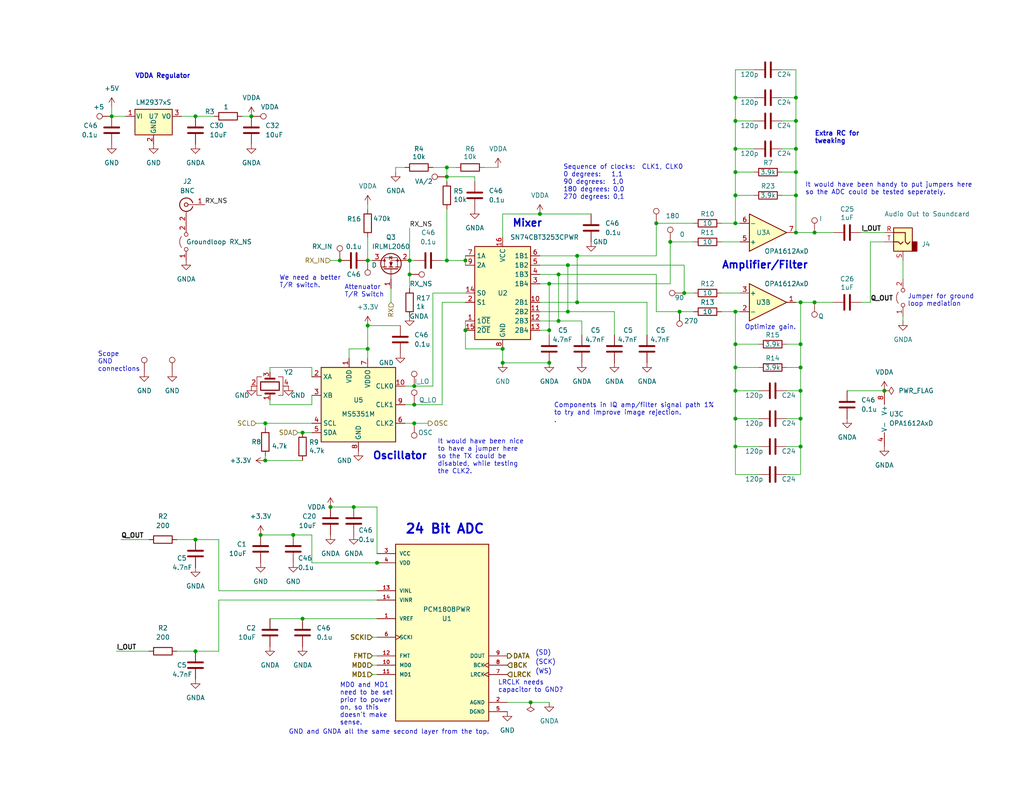
<source format=kicad_sch>
(kicad_sch (version 20230121) (generator eeschema)
  (paper "USLetter")
  (junction (at 111.76 71.12))
  (junction (at 200.66 106.68))
  (junction (at 152.4 74.93))
  (junction (at 102.87 153.67))
  (junction (at 217.17 63.5))
  (junction (at 111.76 74.93))
  (junction (at 71.12 146.05))
  (junction (at 100.33 88.9))
  (junction (at 218.44 93.98))
  (junction (at 127 71.12))
  (junction (at 113.03 115.57))
  (junction (at 121.92 45.72))
  (junction (at 149.86 90.17))
  (junction (at 200.66 53.34))
  (junction (at 53.34 31.75))
  (junction (at 113.03 110.49))
  (junction (at 222.25 63.5))
  (junction (at 92.71 71.12))
  (junction (at 200.66 85.09))
  (junction (at 149.86 99.06))
  (junction (at 200.66 33.02))
  (junction (at 80.01 146.05))
  (junction (at 222.25 82.55))
  (junction (at 157.48 82.55))
  (junction (at 72.39 125.73))
  (junction (at 200.66 114.3))
  (junction (at 200.66 121.92))
  (junction (at 30.48 31.75))
  (junction (at 127 90.17))
  (junction (at 218.44 114.3))
  (junction (at 217.17 40.64))
  (junction (at 96.52 138.43))
  (junction (at 152.4 87.63))
  (junction (at 157.48 69.85))
  (junction (at 113.03 105.41))
  (junction (at 147.32 58.42))
  (junction (at 121.92 48.26))
  (junction (at 182.88 66.04))
  (junction (at 137.16 99.06))
  (junction (at 218.44 100.33))
  (junction (at 217.17 46.99))
  (junction (at 90.17 138.43))
  (junction (at 217.17 53.34))
  (junction (at 241.3 106.68))
  (junction (at 53.34 177.8))
  (junction (at 72.39 115.57))
  (junction (at 200.66 100.33))
  (junction (at 186.69 80.01))
  (junction (at 200.66 46.99))
  (junction (at 121.92 71.12))
  (junction (at 217.17 33.02))
  (junction (at 137.16 95.25))
  (junction (at 82.55 118.11))
  (junction (at 53.34 147.32))
  (junction (at 217.17 26.67))
  (junction (at 154.94 72.39))
  (junction (at 200.66 60.96))
  (junction (at 154.94 85.09))
  (junction (at 144.78 191.77))
  (junction (at 82.55 168.91))
  (junction (at 218.44 121.92))
  (junction (at 200.66 93.98))
  (junction (at 149.86 77.47))
  (junction (at 185.42 85.09))
  (junction (at 100.33 95.25))
  (junction (at 179.07 60.96))
  (junction (at 218.44 106.68))
  (junction (at 200.66 26.67))
  (junction (at 68.58 31.75))
  (junction (at 218.44 82.55))
  (junction (at 100.33 71.12))
  (junction (at 200.66 40.64))
  (wire (pts (xy 121.92 45.72) (xy 118.11 45.72)))
  (wire (pts (xy 205.74 19.05) (xy 200.66 19.05)))
  (wire (pts (xy 73.66 101.6) (xy 73.66 100.33)))
  (wire (pts (xy 218.44 129.54) (xy 218.44 121.92)))
  (wire (pts (xy 179.07 60.96) (xy 189.23 60.96)))
  (wire (pts (xy 85.09 110.49) (xy 85.09 107.95)))
  (wire (pts (xy 73.66 110.49) (xy 85.09 110.49)))
  (wire (pts (xy 82.55 118.11) (xy 85.09 118.11)))
  (wire (pts (xy 110.49 110.49) (xy 113.03 110.49)))
  (wire (pts (xy 101.6 181.61) (xy 102.87 181.61)))
  (wire (pts (xy 53.34 177.8) (xy 48.26 177.8)))
  (wire (pts (xy 222.25 82.55) (xy 227.33 82.55)))
  (wire (pts (xy 200.66 33.02) (xy 200.66 40.64)))
  (wire (pts (xy 129.54 49.53) (xy 129.54 48.26)))
  (wire (pts (xy 120.65 82.55) (xy 127 82.55)))
  (wire (pts (xy 124.46 45.72) (xy 121.92 45.72)))
  (wire (pts (xy 72.39 116.84) (xy 72.39 115.57)))
  (wire (pts (xy 200.66 129.54) (xy 200.66 121.92)))
  (wire (pts (xy 214.63 93.98) (xy 218.44 93.98)))
  (wire (pts (xy 218.44 82.55) (xy 217.17 82.55)))
  (wire (pts (xy 82.55 168.91) (xy 102.87 168.91)))
  (wire (pts (xy 214.63 121.92) (xy 218.44 121.92)))
  (wire (pts (xy 218.44 121.92) (xy 218.44 114.3)))
  (wire (pts (xy 49.53 31.75) (xy 53.34 31.75)))
  (wire (pts (xy 213.36 40.64) (xy 217.17 40.64)))
  (wire (pts (xy 200.66 100.33) (xy 200.66 106.68)))
  (wire (pts (xy 157.48 82.55) (xy 157.48 69.85)))
  (wire (pts (xy 31.75 177.8) (xy 40.64 177.8)))
  (wire (pts (xy 101.6 184.15) (xy 102.87 184.15)))
  (wire (pts (xy 207.01 129.54) (xy 200.66 129.54)))
  (wire (pts (xy 217.17 26.67) (xy 217.17 19.05)))
  (wire (pts (xy 137.16 58.42) (xy 147.32 58.42)))
  (wire (pts (xy 218.44 114.3) (xy 218.44 106.68)))
  (wire (pts (xy 127 87.63) (xy 127 90.17)))
  (wire (pts (xy 237.49 66.04) (xy 237.49 82.55)))
  (wire (pts (xy 96.52 138.43) (xy 102.87 138.43)))
  (wire (pts (xy 102.87 138.43) (xy 102.87 151.13)))
  (wire (pts (xy 100.33 71.12) (xy 101.6 71.12)))
  (wire (pts (xy 158.75 87.63) (xy 152.4 87.63)))
  (wire (pts (xy 127 72.39) (xy 127 71.12)))
  (wire (pts (xy 154.94 85.09) (xy 167.64 85.09)))
  (wire (pts (xy 182.88 77.47) (xy 182.88 66.04)))
  (wire (pts (xy 59.69 147.32) (xy 59.69 161.29)))
  (wire (pts (xy 200.66 100.33) (xy 207.01 100.33)))
  (wire (pts (xy 100.33 95.25) (xy 100.33 97.79)))
  (wire (pts (xy 246.38 86.36) (xy 246.38 87.63)))
  (wire (pts (xy 127 90.17) (xy 127 95.25)))
  (wire (pts (xy 207.01 93.98) (xy 200.66 93.98)))
  (wire (pts (xy 214.63 129.54) (xy 218.44 129.54)))
  (wire (pts (xy 217.17 53.34) (xy 217.17 63.5)))
  (wire (pts (xy 106.68 82.55) (xy 106.68 78.74)))
  (wire (pts (xy 147.32 90.17) (xy 149.86 90.17)))
  (wire (pts (xy 149.86 90.17) (xy 149.86 91.44)))
  (wire (pts (xy 95.25 95.25) (xy 100.33 95.25)))
  (wire (pts (xy 138.43 191.77) (xy 144.78 191.77)))
  (wire (pts (xy 234.95 63.5) (xy 241.3 63.5)))
  (wire (pts (xy 101.6 179.07) (xy 102.87 179.07)))
  (wire (pts (xy 200.66 114.3) (xy 200.66 106.68)))
  (wire (pts (xy 152.4 74.93) (xy 147.32 74.93)))
  (wire (pts (xy 149.86 77.47) (xy 149.86 90.17)))
  (wire (pts (xy 80.01 146.05) (xy 85.09 146.05)))
  (wire (pts (xy 73.66 100.33) (xy 85.09 100.33)))
  (wire (pts (xy 147.32 77.47) (xy 149.86 77.47)))
  (wire (pts (xy 237.49 66.04) (xy 241.3 66.04)))
  (wire (pts (xy 231.14 106.68) (xy 241.3 106.68)))
  (wire (pts (xy 120.65 71.12) (xy 121.92 71.12)))
  (wire (pts (xy 218.44 100.33) (xy 218.44 93.98)))
  (wire (pts (xy 71.12 146.05) (xy 80.01 146.05)))
  (wire (pts (xy 113.03 110.49) (xy 120.65 110.49)))
  (wire (pts (xy 200.66 46.99) (xy 205.74 46.99)))
  (wire (pts (xy 179.07 69.85) (xy 157.48 69.85)))
  (wire (pts (xy 213.36 46.99) (xy 217.17 46.99)))
  (wire (pts (xy 200.66 106.68) (xy 207.01 106.68)))
  (wire (pts (xy 127 95.25) (xy 137.16 95.25)))
  (wire (pts (xy 85.09 146.05) (xy 85.09 153.67)))
  (wire (pts (xy 157.48 82.55) (xy 176.53 82.55)))
  (wire (pts (xy 106.68 153.67) (xy 102.87 153.67)))
  (wire (pts (xy 186.69 72.39) (xy 154.94 72.39)))
  (wire (pts (xy 189.23 80.01) (xy 186.69 80.01)))
  (wire (pts (xy 113.03 71.12) (xy 111.76 71.12)))
  (wire (pts (xy 196.85 85.09) (xy 200.66 85.09)))
  (wire (pts (xy 100.33 55.88) (xy 100.33 57.15)))
  (wire (pts (xy 200.66 46.99) (xy 200.66 40.64)))
  (wire (pts (xy 200.66 114.3) (xy 200.66 121.92)))
  (wire (pts (xy 179.07 74.93) (xy 179.07 85.09)))
  (wire (pts (xy 179.07 69.85) (xy 179.07 60.96)))
  (wire (pts (xy 59.69 177.8) (xy 59.69 163.83)))
  (wire (pts (xy 101.6 173.99) (xy 102.87 173.99)))
  (wire (pts (xy 200.66 53.34) (xy 205.74 53.34)))
  (wire (pts (xy 66.04 31.75) (xy 68.58 31.75)))
  (wire (pts (xy 110.49 115.57) (xy 113.03 115.57)))
  (wire (pts (xy 200.66 26.67) (xy 200.66 33.02)))
  (wire (pts (xy 53.34 177.8) (xy 59.69 177.8)))
  (wire (pts (xy 200.66 93.98) (xy 200.66 100.33)))
  (wire (pts (xy 121.92 71.12) (xy 127 71.12)))
  (wire (pts (xy 137.16 95.25) (xy 137.16 99.06)))
  (wire (pts (xy 107.95 45.72) (xy 107.95 46.99)))
  (wire (pts (xy 218.44 82.55) (xy 222.25 82.55)))
  (wire (pts (xy 217.17 46.99) (xy 217.17 53.34)))
  (wire (pts (xy 120.65 110.49) (xy 120.65 82.55)))
  (wire (pts (xy 217.17 63.5) (xy 222.25 63.5)))
  (wire (pts (xy 100.33 88.9) (xy 109.22 88.9)))
  (wire (pts (xy 213.36 33.02) (xy 217.17 33.02)))
  (wire (pts (xy 185.42 85.09) (xy 189.23 85.09)))
  (wire (pts (xy 201.93 80.01) (xy 196.85 80.01)))
  (wire (pts (xy 30.48 29.21) (xy 30.48 31.75)))
  (wire (pts (xy 69.85 115.57) (xy 72.39 115.57)))
  (wire (pts (xy 149.86 99.06) (xy 137.16 99.06)))
  (wire (pts (xy 207.01 114.3) (xy 200.66 114.3)))
  (wire (pts (xy 200.66 85.09) (xy 200.66 93.98)))
  (wire (pts (xy 121.92 48.26) (xy 121.92 45.72)))
  (wire (pts (xy 218.44 100.33) (xy 218.44 106.68)))
  (wire (pts (xy 110.49 105.41) (xy 113.03 105.41)))
  (wire (pts (xy 147.32 87.63) (xy 152.4 87.63)))
  (wire (pts (xy 218.44 93.98) (xy 218.44 82.55)))
  (wire (pts (xy 147.32 58.42) (xy 161.29 58.42)))
  (wire (pts (xy 81.28 118.11) (xy 82.55 118.11)))
  (wire (pts (xy 72.39 115.57) (xy 85.09 115.57)))
  (wire (pts (xy 201.93 66.04) (xy 196.85 66.04)))
  (wire (pts (xy 30.48 31.75) (xy 34.29 31.75)))
  (wire (pts (xy 201.93 60.96) (xy 200.66 60.96)))
  (wire (pts (xy 152.4 87.63) (xy 152.4 74.93)))
  (wire (pts (xy 144.78 191.77) (xy 149.86 191.77)))
  (wire (pts (xy 113.03 115.57) (xy 116.84 115.57)))
  (wire (pts (xy 222.25 63.5) (xy 227.33 63.5)))
  (wire (pts (xy 73.66 168.91) (xy 82.55 168.91)))
  (wire (pts (xy 110.49 45.72) (xy 107.95 45.72)))
  (wire (pts (xy 137.16 64.77) (xy 137.16 58.42)))
  (wire (pts (xy 214.63 114.3) (xy 218.44 114.3)))
  (wire (pts (xy 111.76 74.93) (xy 111.76 78.74)))
  (wire (pts (xy 207.01 121.92) (xy 200.66 121.92)))
  (wire (pts (xy 113.03 105.41) (xy 118.11 105.41)))
  (wire (pts (xy 129.54 48.26) (xy 121.92 48.26)))
  (wire (pts (xy 73.66 109.22) (xy 73.66 110.49)))
  (wire (pts (xy 85.09 153.67) (xy 102.87 153.67)))
  (wire (pts (xy 95.25 95.25) (xy 95.25 97.79)))
  (wire (pts (xy 200.66 26.67) (xy 200.66 19.05)))
  (wire (pts (xy 214.63 100.33) (xy 218.44 100.33)))
  (wire (pts (xy 213.36 53.34) (xy 217.17 53.34)))
  (wire (pts (xy 59.69 163.83) (xy 102.87 163.83)))
  (wire (pts (xy 200.66 53.34) (xy 200.66 46.99)))
  (wire (pts (xy 185.42 85.09) (xy 179.07 85.09)))
  (wire (pts (xy 217.17 26.67) (xy 217.17 33.02)))
  (wire (pts (xy 176.53 82.55) (xy 176.53 91.44)))
  (wire (pts (xy 200.66 60.96) (xy 200.66 53.34)))
  (wire (pts (xy 53.34 147.32) (xy 48.26 147.32)))
  (wire (pts (xy 100.33 88.9) (xy 100.33 95.25)))
  (wire (pts (xy 53.34 147.32) (xy 59.69 147.32)))
  (wire (pts (xy 213.36 19.05) (xy 217.17 19.05)))
  (wire (pts (xy 200.66 60.96) (xy 196.85 60.96)))
  (wire (pts (xy 246.38 71.12) (xy 246.38 76.2)))
  (wire (pts (xy 111.76 71.12) (xy 111.76 74.93)))
  (wire (pts (xy 217.17 40.64) (xy 217.17 46.99)))
  (wire (pts (xy 33.02 147.32) (xy 40.64 147.32)))
  (wire (pts (xy 72.39 124.46) (xy 72.39 125.73)))
  (wire (pts (xy 205.74 33.02) (xy 200.66 33.02)))
  (wire (pts (xy 214.63 106.68) (xy 218.44 106.68)))
  (wire (pts (xy 182.88 66.04) (xy 189.23 66.04)))
  (wire (pts (xy 149.86 77.47) (xy 182.88 77.47)))
  (wire (pts (xy 132.08 45.72) (xy 135.89 45.72)))
  (wire (pts (xy 158.75 87.63) (xy 158.75 91.44)))
  (wire (pts (xy 186.69 80.01) (xy 186.69 72.39)))
  (wire (pts (xy 111.76 62.23) (xy 111.76 71.12)))
  (wire (pts (xy 205.74 26.67) (xy 200.66 26.67)))
  (wire (pts (xy 147.32 82.55) (xy 157.48 82.55)))
  (wire (pts (xy 72.39 125.73) (xy 82.55 125.73)))
  (wire (pts (xy 157.48 69.85) (xy 147.32 69.85)))
  (wire (pts (xy 121.92 57.15) (xy 121.92 71.12)))
  (wire (pts (xy 154.94 85.09) (xy 147.32 85.09)))
  (wire (pts (xy 92.71 71.12) (xy 90.17 71.12)))
  (wire (pts (xy 154.94 72.39) (xy 154.94 85.09)))
  (wire (pts (xy 127 71.12) (xy 127 69.85)))
  (wire (pts (xy 59.69 161.29) (xy 102.87 161.29)))
  (wire (pts (xy 205.74 40.64) (xy 200.66 40.64)))
  (wire (pts (xy 90.17 138.43) (xy 96.52 138.43)))
  (wire (pts (xy 118.11 105.41) (xy 118.11 80.01)))
  (wire (pts (xy 200.66 85.09) (xy 201.93 85.09)))
  (wire (pts (xy 53.34 31.75) (xy 58.42 31.75)))
  (wire (pts (xy 152.4 74.93) (xy 179.07 74.93)))
  (wire (pts (xy 147.32 72.39) (xy 154.94 72.39)))
  (wire (pts (xy 118.11 80.01) (xy 127 80.01)))
  (wire (pts (xy 234.95 82.55) (xy 237.49 82.55)))
  (wire (pts (xy 217.17 33.02) (xy 217.17 40.64)))
  (wire (pts (xy 100.33 64.77) (xy 100.33 71.12)))
  (wire (pts (xy 85.09 100.33) (xy 85.09 102.87)))
  (wire (pts (xy 167.64 85.09) (xy 167.64 91.44)))
  (wire (pts (xy 121.92 49.53) (xy 121.92 48.26)))
  (wire (pts (xy 213.36 26.67) (xy 217.17 26.67)))
  (text "(SD)" (at 146.05 179.07 0) (effects (font (size 1.27 1.27)) (justify left bottom)))
  (text "(WS)" (at 146.05 184.15 0) (effects (font (size 1.27 1.27)) (justify left bottom)))
  (text "Amplifier/Filter\n" (at 196.85 73.66 0) (effects (font (size 2.0066 2.0066) (thickness 0.4013) bold) (justify left bottom)))
  (text "Extra RC for\ntweaking" (at 222.25 39.37 0) (effects (font (size 1.27 1.27) bold) (justify left bottom)))
  (text "We need a better\nT/R switch." (at 76.2 78.74 0) (effects (font (size 1.27 1.27)) (justify left bottom)))
  (text "VDDA Regulator" (at 36.83 21.59 0) (effects (font (size 1.27 1.27) bold) (justify left bottom)))
  (text "(SCK)" (at 146.05 181.61 0) (effects (font (size 1.27 1.27)) (justify left bottom)))
  (text "LRCLK needs \ncapacitor to GND?" (at 135.89 189.23 0) (effects (font (size 1.27 1.27)) (justify left bottom)))
  (text "Attenuator\nT/R Switch" (at 93.98 81.28 0) (effects (font (size 1.27 1.27)) (justify left bottom)))
  (text "24 Bit ADC" (at 110.49 146.05 0) (effects (font (size 2.54 2.54) (thickness 0.5) bold) (justify left bottom)))
  (text "Components in IQ amp/filter signal path 1%\nto try and improve image rejection.\n." (at 151.13 115.57 0) (effects (font (size 1.27 1.27)) (justify left bottom)))
  (text "MD0 and MD1 \nneed to be set \nprior to power \non, so this \ndoesn't make\nsense." (at 92.71 198.12 0) (effects (font (size 1.27 1.27)) (justify left bottom)))
  (text "Oscillator" (at 101.6 125.73 0) (effects (font (size 2.0066 2.0066) (thickness 0.4013) bold) (justify left bottom)))
  (text "It would have been handy to put jumpers here\nso the ADC could be tested seperately." (at 219.71 53.34 0) (effects (font (size 1.27 1.27)) (justify left bottom)))
  (text "Scope \nGND\nconnections" (at 26.67 101.6 0) (effects (font (size 1.27 1.27)) (justify left bottom)))
  (text "Mixer" (at 139.7 62.23 0) (effects (font (size 2.0066 2.0066) (thickness 0.4013) bold) (justify left bottom)))
  (text "Sequence of clocks:  CLK1, CLK0\n0 degrees:   1,1\n90 degrees:  1,0\n180 degrees: 0,0\n270 degrees: 0,1" (at 153.67 54.61 0) (effects (font (size 1.27 1.27)) (justify left bottom)))
  (text "Jumper for ground \nloop mediation" (at 247.65 83.82 0) (effects (font (size 1.27 1.27)) (justify left bottom)))
  (text "GND and GNDA all the same second layer from the top." (at 78.74 200.66 0) (effects (font (size 1.27 1.27)) (justify left bottom)))
  (text "Optimize gain." (at 203.2 90.17 0) (effects (font (size 1.27 1.27)) (justify left bottom)))
  (text "It would have been nice\nto have a jumper here\nso the TX could be \ndisabled, while testing\nthe CLK2." (at 119.38 129.54 0) (effects (font (size 1.27 1.27)) (justify left bottom)))
  (label "RX_NS" (at 111.76 62.23 0))
  (label "RX_NS" (at 55.88 55.88 0))
  (label "Q_OUT" (at 237.49 82.55 0) (effects (font bold)))
  (label "I_OUT" (at 31.75 177.8 0) (effects (font bold)))
  (label "Q_OUT" (at 33.02 147.32 0) (effects (font bold)))
  (label "I_OUT" (at 234.95 63.5 0) (effects (font bold)))
  (hierarchical_label "SCL" (shape input) (at 69.85 115.57 180))
  (hierarchical_label "OSC" (shape output) (at 116.84 115.57 0))
  (hierarchical_label "DATA" (shape output) (at 138.43 179.07 0) (effects (font bold)))
  (hierarchical_label "MD0" (shape input) (at 101.6 181.61 180) (effects (font bold)))
  (hierarchical_label "SDA" (shape input) (at 81.28 118.11 180))
  (hierarchical_label "LRCK" (shape input) (at 138.43 184.15 0) (effects (font bold)))
  (hierarchical_label "BCK" (shape input) (at 138.43 181.61 0) (effects (font bold)))
  (hierarchical_label "MD1" (shape input) (at 101.6 184.15 180) (effects (font bold)))
  (hierarchical_label "RX" (shape input) (at 106.68 82.55 270))
  (hierarchical_label "FMT" (shape input) (at 101.6 179.07 180) (effects (font bold)))
  (hierarchical_label "RX_IN" (shape input) (at 90.17 71.12 180))
  (hierarchical_label "SCKI" (shape input) (at 101.6 173.99 180) (effects (font bold)))
  (symbol (lib_id "Device:C") (at 231.14 63.5 270) (unit 1)
    (property "Reference" "C25" (at 231.14 57.0992 90))
    (property "Value" "1uF" (at 231.14 59.4106 90))
    (property "Footprint" "Capacitor_SMD:C_0805_2012Metric" (effects hide))
    (property "Datasheet" "https://datasheet.lcsc.com/lcsc/2304140030_Samsung-Electro-Mechanics-CL21B105KBFNNNE_C28323.pdf" (effects hide))
    (property "LCSC" "C28323" (effects hide))
    (instances (project "SDR-TRX" (path "" (reference "C25") (unit 1))) (project "muSDRx" (path "" (reference "C22") (unit 1))))
  )
  (symbol (lib_id "Device:C") (at 129.54 53.34 180) (unit 1)
    (property "Reference" "C46" (at 133.35 52.07 0) (effects (justify right)))
    (property "Value" "0.1u" (at 133.35 54.61 0) (effects (justify right)))
    (property "Footprint" "Capacitor_SMD:C_0805_2012Metric" (effects hide))
    (property "Datasheet" "https://datasheet.lcsc.com/lcsc/2304140030_YAGEO-CC0805KRX7R9BB104_C49678.pdf" (effects hide))
    (property "LCSC" "C49678" (effects hide))
    (instances (project "SDR-TRX" (path "" (reference "C46") (unit 1)) (path "" (reference "C49") (unit 1))))
  )
  (symbol (lib_id "Device:C") (at 210.82 129.54 90) (unit 1)
    (property "Reference" "C24" (at 217.17 130.81 90) (effects (justify left)))
    (property "Value" "120p" (at 208.28 130.81 90) (effects (justify left)))
    (property "Footprint" "Capacitor_SMD:C_0603_1608Metric" (effects hide))
    (property "Datasheet" "https://datasheet.lcsc.com/lcsc/2008171234_YAGEO-CC0805JRNPOBBN151_C576975.pdf" (effects hide))
    (property "LCSC" "C1864338" (effects hide))
    (property "JLC" "Extended" (effects hide))
    (instances (project "SDR-TRX" (path "" (reference "C24") (unit 1)) (path "" (reference "C55") (unit 1))))
  )
  (symbol (lib_id "power:GNDA") (at 68.58 39.37 0) (unit 1)
    (property "Reference" "#PWR036" (effects hide))
    (property "Value" "GNDA" (at 68.58 44.45 0))
  )
  (symbol (lib_id "power:GNDA") (at 149.86 99.06 0) (unit 1)
    (property "Reference" "#PWR021" (effects hide))
    (property "Value" "GNDA" (at 149.86 104.14 0))
  )
  (symbol (lib_id "Device:C") (at 53.34 181.61 180) (unit 1)
    (property "Reference" "C5" (at 48.26 181.61 0) (effects (justify right)))
    (property "Value" "4.7nF" (at 46.99 184.15 0) (effects (justify right)))
    (property "Footprint" "Capacitor_SMD:C_0603_1608Metric" (effects hide))
    (property "Datasheet" "https://datasheet.lcsc.com/lcsc/2304140030_Murata-Electronics-GCM1885C1H472FA16D_C883564.pdf" (effects hide))
    (property "LCSC" "C883564" (effects hide))
    (instances (project "PCM1808" (path "" (reference "C5") (unit 1))) (project "SDR-TRX" (path "" (reference "C3") (unit 1)) (path "" (reference "C36") (unit 1)) (path "" (reference "C4") (unit 1))))
  )
  (symbol (lib_id "power:VDDA") (at 100.33 55.88 0) (unit 1)
    (property "Reference" "#PWR048" (effects hide))
    (property "Value" "VDDA" (at 100.33 50.8 0))
    (instances (project "SDR-TRX" (path "" (reference "#PWR048") (unit 1)) (path "" (reference "#PWR08") (unit 1))))
  )
  (symbol (lib_id "Device:C") (at 71.12 149.86 0) (mirror y) (unit 1)
    (property "Reference" "C1" (at 67.31 148.59 0) (effects (justify left)))
    (property "Value" "10uF" (at 67.31 151.13 0) (effects (justify left)))
    (property "Footprint" "Capacitor_SMD:C_0805_2012Metric" (effects hide))
    (property "Datasheet" "https://datasheet.lcsc.com/lcsc/2304140030_Samsung-Electro-Mechanics-CL21A106KAYNNNE_C15850.pdf" (effects hide))
    (property "LCSC" "C15850" (effects hide))
    (instances (project "SDR-TRX" (path "" (reference "C1") (unit 1)) (path "" (reference "C2") (unit 1))))
  )
  (symbol (lib_id "Connector:TestPoint") (at 39.37 101.6 0) (unit 1)
    (property "Reference" "TP9" (effects hide))
    (property "Value" "GND" (effects hide))
    (property "Footprint" "TestPoint:TestPoint_Keystone_5000-5004_Miniature" (effects hide))
  )
  (symbol (lib_id "power:GNDA") (at 176.53 99.06 0) (unit 1)
    (property "Reference" "#PWR028" (effects hide))
    (property "Value" "GNDA" (at 176.53 104.14 0))
  )
  (symbol (lib_id "power:VDDA") (at 241.3 106.68 0) (unit 1)
    (property "Reference" "#PWR048" (effects hide))
    (property "Value" "VDDA" (at 241.3 101.6 0))
    (instances (project "SDR-TRX" (path "" (reference "#PWR048") (unit 1)) (path "" (reference "#PWR015") (unit 1))))
  )
  (symbol (lib_id "Amplifier_Operational:OPA1612AxD") (at 209.55 63.5 0) (mirror x) (unit 2)
    (property "Reference" "U3" (at 208.28 82.55 0))
    (property "Value" "OPA1612AxD" (at 214.63 68.58 0))
    (property "Footprint" "Package_SO:SOIC-8_3.9x4.9mm_P1.27mm" (effects hide))
    (property "Datasheet" "http://www.ti.com/lit/ds/symlink/opa1612.pdf" (effects hide))
    (property "LCSC" "C94590" (effects hide))
    (property "JLC" "Extended" (effects hide))
    (property "JLCPCB Roatation Offset" "-90" (effects hide))
  )
  (symbol (lib_id "power:GNDA") (at 167.64 99.06 0) (unit 1)
    (property "Reference" "#PWR026" (effects hide))
    (property "Value" "GNDA" (at 167.64 104.14 0))
  )
  (symbol (lib_id "power:VDDA") (at 68.58 31.75 0) (unit 1)
    (property "Reference" "#PWR048" (effects hide))
    (property "Value" "VDDA" (at 68.58 26.67 0))
    (instances (project "SDR-TRX" (path "" (reference "#PWR048") (unit 1)) (path "" (reference "#PWR05") (unit 1))))
  )
  (symbol (lib_id "Connector:TestPoint") (at 113.03 115.57 180) (unit 1)
    (property "Reference" "TP16" (effects hide))
    (property "Value" "OSC" (at 118.11 118.11 0) (effects (justify left)))
    (property "Footprint" "TestPoint:TestPoint_Keystone_5000-5004_Miniature" (effects hide))
  )
  (symbol (lib_id "Device:C") (at 209.55 26.67 90) (unit 1)
    (property "Reference" "C24" (at 215.9 27.94 90) (effects (justify left)))
    (property "Value" "120p" (at 207.01 27.94 90) (effects (justify left)))
    (property "Footprint" "Capacitor_SMD:C_0603_1608Metric" (effects hide))
    (property "Datasheet" "https://datasheet.lcsc.com/lcsc/2008171234_YAGEO-CC0805JRNPOBBN151_C576975.pdf" (effects hide))
    (property "LCSC" "C1864338" (effects hide))
    (property "JLC" "Extended" (effects hide))
    (instances (project "SDR-TRX" (path "" (reference "C24") (unit 1)) (path "" (reference "C57") (unit 1))))
  )
  (symbol (lib_id "Device:C") (at 90.17 142.24 0) (mirror y) (unit 1)
    (property "Reference" "C20" (at 86.36 140.97 0) (effects (justify left)))
    (property "Value" "10uF" (at 86.36 143.51 0) (effects (justify left)))
    (property "Footprint" "Capacitor_SMD:C_0805_2012Metric" (effects hide))
    (property "Datasheet" "https://datasheet.lcsc.com/lcsc/2304140030_Samsung-Electro-Mechanics-CL21A106KAYNNNE_C15850.pdf" (effects hide))
    (property "LCSC" "C15850" (effects hide))
    (instances (project "SDR-TRX" (path "" (reference "C20") (unit 1)) (path "" (reference "C5") (unit 1))))
  )
  (symbol (lib_id "Oscillator:Si5351A-B-GT") (at 97.79 110.49 0) (unit 1)
    (property "Reference" "U5" (at 97.79 109.22 0))
    (property "Value" "MS5351M" (at 97.79 113.03 0))
    (property "Footprint" "Package_SO:MSOP-10_3x3mm_P0.5mm" (effects hide))
    (property "Datasheet" "https://www.qrp-labs.com/images/synth/ms5351m.pdf" (effects hide))
    (property "LCSC" "C1509083" (effects hide))
    (property "JLC" "Extended" (effects hide))
    (property "JLCPCB Rotation Offset" "270" (effects hide))
    (instances (project "SDR-TRX" (path "" (reference "U5") (unit 1))) (project "muSDRx" (path "" (reference "U2") (unit 1))))
  )
  (symbol (lib_id "Device:C") (at 231.14 110.49 180) (unit 1)
    (property "Reference" "C46" (at 234.95 109.22 0) (effects (justify right)))
    (property "Value" "0.1u" (at 234.95 111.76 0) (effects (justify right)))
    (property "Footprint" "Capacitor_SMD:C_0805_2012Metric" (effects hide))
    (property "Datasheet" "https://datasheet.lcsc.com/lcsc/2304140030_YAGEO-CC0805KRX7R9BB104_C49678.pdf" (effects hide))
    (property "LCSC" "C49678" (effects hide))
    (instances (project "SDR-TRX" (path "" (reference "C46") (unit 1)) (path "" (reference "C8") (unit 1))))
  )
  (symbol (lib_id "Connector:TestPoint") (at 222.25 82.55 180) (unit 1)
    (property "Reference" "TP11" (effects hide))
    (property "Value" "Q" (at 224.79 86.36 0) (effects (justify left)))
    (property "Footprint" "TestPoint:TestPoint_Keystone_5000-5004_Miniature" (effects hide))
  )
  (symbol (lib_id "Device:R") (at 128.27 45.72 270) (unit 1)
    (property "Reference" "R6" (at 128.27 40.64 90))
    (property "Value" "10k" (at 128.27 42.7736 90))
    (property "Footprint" "Resistor_SMD:R_0805_2012Metric" (effects hide))
    (property "Datasheet" "https://datasheet.lcsc.com/lcsc/2205311800_UNI-ROYAL-Uniroyal-Elec-0805W8F1001T5E_C17513.pdf" (effects hide))
    (property "LCSC" "C17414" (effects hide))
    (instances (project "SDR-TRX" (path "" (reference "R6") (unit 1))) (project "muSDRx" (path "" (reference "R8") (unit 1))))
  )
  (symbol (lib_id "Device:C") (at 96.52 71.12 90) (unit 1)
    (property "Reference" "C46" (at 96.52 74.93 90))
    (property "Value" "0.1u" (at 96.52 67.31 90))
    (property "Footprint" "Capacitor_SMD:C_0805_2012Metric" (effects hide))
    (property "Datasheet" "https://datasheet.lcsc.com/lcsc/2304140030_YAGEO-CC0805KRX7R9BB104_C49678.pdf" (effects hide))
    (property "LCSC" "C49678" (effects hide))
    (instances (project "SDR-TRX" (path "" (reference "C46") (unit 1)) (path "" (reference "C10") (unit 1))))
  )
  (symbol (lib_id "Device:R") (at 209.55 46.99 270) (unit 1)
    (property "Reference" "R7" (at 209.55 44.45 90))
    (property "Value" "3.9k" (at 209.55 46.99 90))
    (property "Footprint" "Resistor_SMD:R_0805_2012Metric" (effects hide))
    (property "Datasheet" "https://datasheet.lcsc.com/lcsc/2206010200_UNI-ROYAL-Uniroyal-Elec-0805W8F3901T5E_C17614.pdf" (effects hide))
    (property "LCSC" "C17614" (effects hide))
    (instances (project "SDR-TRX" (path "" (reference "R7") (unit 1))) (project "muSDRx" (path "" (reference "R22") (unit 1))))
  )
  (symbol (lib_id "Device:C") (at 210.82 106.68 90) (unit 1)
    (property "Reference" "C24" (at 217.17 107.95 90) (effects (justify left)))
    (property "Value" "120p" (at 208.28 107.95 90) (effects (justify left)))
    (property "Footprint" "Capacitor_SMD:C_0603_1608Metric" (effects hide))
    (property "Datasheet" "https://datasheet.lcsc.com/lcsc/2008171234_YAGEO-CC0805JRNPOBBN151_C576975.pdf" (effects hide))
    (property "LCSC" "C1864338" (effects hide))
    (property "JLC" "Extended" (effects hide))
    (instances (project "SDR-TRX" (path "" (reference "C24") (unit 1)) (path "" (reference "C22") (unit 1))))
  )
  (symbol (lib_id "Regulator_Linear:LM2937xS") (at 41.91 31.75 0) (unit 1)
    (property "Reference" "U7" (at 41.91 31.75 0))
    (property "Value" "LM2937xS" (at 41.91 27.94 0))
    (property "Footprint" "Package_TO_SOT_SMD:TO-263-3_TabPin2" (effects hide))
    (property "Datasheet" "https://datasheet.lcsc.com/lcsc/2303021430_HGSEMI-LM2937ES-5-0-TR_C2902486.pdf" (effects hide))
    (property "LCSC" "C2902486" (effects hide))
    (property "JLC" "Extended" (effects hide))
    (property "JLCPCB Rotation Offset" "180" (effects hide))
  )
  (symbol (lib_id "Connector:TestPoint") (at 30.48 31.75 90) (unit 1)
    (property "Reference" "TP28" (effects hide))
    (property "Value" "+5" (at 28.448 29.21 90) (effects (justify left)))
    (property "Footprint" "TestPoint:TestPoint_Keystone_5000-5004_Miniature" (effects hide))
  )
  (symbol (lib_name "GND_1") (lib_id "power:GND") (at 109.22 96.52 0) (unit 1)
    (property "Reference" "#PWR049" (effects hide))
    (property "Value" "GND" (at 105.41 99.06 0))
  )
  (symbol (lib_id "power:GNDA") (at 241.3 121.92 0) (unit 1)
    (property "Reference" "#PWR022" (effects hide))
    (property "Value" "GNDA" (at 241.3 127 0))
  )
  (symbol (lib_name "GND_1") (lib_id "power:GND") (at 97.79 123.19 0) (unit 1)
    (property "Reference" "#PWR046" (effects hide))
    (property "Value" "GND" (at 93.98 125.73 0))
  )
  (symbol (lib_name "GND_1") (lib_id "power:GND") (at 41.91 39.37 0) (unit 1)
    (property "Reference" "#PWR035" (effects hide))
    (property "Value" "GND" (at 41.91 44.45 0))
  )
  (symbol (lib_id "power:GNDA") (at 96.52 146.05 0) (unit 1)
    (property "Reference" "#PWR061" (effects hide))
    (property "Value" "GNDA" (at 96.52 151.13 0))
    (instances (project "SDR-TRX" (path "" (reference "#PWR061") (unit 1)) (path "" (reference "#PWR048") (unit 1))))
  )
  (symbol (lib_id "Connector:Conn_Coaxial") (at 50.8 55.88 0) (mirror y) (unit 1)
    (property "Reference" "J2" (at 51.1174 49.53 0))
    (property "Value" "BNC" (at 51.1174 52.07 0))
    (property "Footprint" "Connector_Coaxial:BNC_Amphenol_B6252HB-NPP3G-50_Horizontal" (effects hide))
    (property "Datasheet" " ~" (effects hide))
  )
  (symbol (lib_name "GND_1") (lib_id "power:GND") (at 39.37 101.6 0) (unit 1)
    (property "Reference" "#PWR029" (effects hide))
    (property "Value" "GND" (at 39.37 106.68 0))
  )
  (symbol (lib_id "Device:C") (at 209.55 40.64 90) (unit 1)
    (property "Reference" "C24" (at 215.9 41.91 90) (effects (justify left)))
    (property "Value" "120p" (at 207.01 41.91 90) (effects (justify left)))
    (property "Footprint" "Capacitor_SMD:C_0603_1608Metric" (effects hide))
    (property "Datasheet" "https://datasheet.lcsc.com/lcsc/2008171234_YAGEO-CC0805JRNPOBBN151_C576975.pdf" (effects hide))
    (property "LCSC" "C1864338" (effects hide))
    (property "JLC" "Extended" (effects hide))
    (instances (project "SDR-TRX" (path "" (reference "C24") (unit 1)) (path "" (reference "C21") (unit 1))))
  )
  (symbol (lib_id "Device:R") (at 44.45 147.32 90) (unit 1)
    (property "Reference" "R2" (at 44.45 140.97 90))
    (property "Value" "200" (at 44.45 143.51 90))
    (property "Footprint" "Resistor_SMD:R_0805_2012Metric" (effects hide))
    (property "Datasheet" "https://datasheet.lcsc.com/lcsc/2206010200_UNI-ROYAL-Uniroyal-Elec-0805W8F200JT5E_C17544.pdf" (effects hide))
    (property "LCSC" "C17544" (effects hide))
    (instances (project "PCM1808" (path "" (reference "R2") (unit 1))) (project "SDR-TRX" (path "" (reference "R2") (unit 1)) (path "" (reference "R1") (unit 1))))
  )
  (symbol (lib_id "Device:C") (at 209.55 33.02 90) (unit 1)
    (property "Reference" "C24" (at 215.9 34.29 90) (effects (justify left)))
    (property "Value" "120p" (at 207.01 34.29 90) (effects (justify left)))
    (property "Footprint" "Capacitor_SMD:C_0603_1608Metric" (effects hide))
    (property "Datasheet" "https://datasheet.lcsc.com/lcsc/2008171234_YAGEO-CC0805JRNPOBBN151_C576975.pdf" (effects hide))
    (property "LCSC" "C1864338" (effects hide))
    (property "JLC" "Extended" (effects hide))
    (instances (project "SDR-TRX" (path "" (reference "C24") (unit 1)) (path "" (reference "C42") (unit 1))))
  )
  (symbol (lib_id "power:GNDA") (at 149.86 191.77 0) (unit 1)
    (property "Reference" "#PWR032" (effects hide))
    (property "Value" "GNDA" (at 149.86 196.85 0))
    (instances (project "SDR-TRX" (path "" (reference "#PWR032") (unit 1)) (path "" (reference "#PWR061") (unit 1))))
  )
  (symbol (lib_id "Connector:TestPoint") (at 100.33 71.12 0) (mirror x) (unit 1)
    (property "Reference" "TP15" (effects hide))
    (property "Value" "D" (at 102.87 72.39 0) (effects (justify right)))
    (property "Footprint" "TestPoint:TestPoint_Keystone_5000-5004_Miniature" (effects hide))
  )
  (symbol (lib_id "power:GNDA") (at 73.66 176.53 0) (unit 1)
    (property "Reference" "#PWR047" (effects hide))
    (property "Value" "GNDA" (at 73.66 181.61 0))
    (instances (project "SDR-TRX" (path "" (reference "#PWR047") (unit 1)) (path "" (reference "#PWR03") (unit 1))))
  )
  (symbol (lib_id "Device:R") (at 209.55 53.34 270) (unit 1)
    (property "Reference" "R23" (at 209.55 50.8 90))
    (property "Value" "3.9k" (at 209.55 53.34 90))
    (property "Footprint" "Resistor_SMD:R_0805_2012Metric" (effects hide))
    (property "Datasheet" "https://datasheet.lcsc.com/lcsc/2206010200_UNI-ROYAL-Uniroyal-Elec-0805W8F3901T5E_C17614.pdf" (effects hide))
    (property "LCSC" "C17614" (effects hide))
    (instances (project "SDR-TRX" (path "" (reference "R23") (unit 1))) (project "muSDRx" (path "" (reference "R22") (unit 1))))
  )
  (symbol (lib_id "power:+3.3V") (at 71.12 146.05 0) (unit 1)
    (property "Reference" "#PWR05" (effects hide))
    (property "Value" "+3.3V" (at 71.12 140.97 0))
    (instances (project "PCM1808" (path "" (reference "#PWR05") (unit 1))) (project "SDR-TRX" (path "" (reference "#PWR02") (unit 1)) (path "" (reference "#PWR01") (unit 1))))
  )
  (symbol (lib_id "Device:R") (at 193.04 80.01 270) (unit 1)
    (property "Reference" "R12" (at 193.04 77.47 90))
    (property "Value" "10" (at 193.04 80.01 90))
    (property "Footprint" "Resistor_SMD:R_0805_2012Metric" (effects hide))
    (property "Datasheet" "https://datasheet.lcsc.com/lcsc/2206010216_UNI-ROYAL-Uniroyal-Elec-0805W8F105JT5E_C17404.pdf" (effects hide))
    (property "LCSC" "C17404" (effects hide))
    (instances (project "SDR-TRX" (path "" (reference "R12") (unit 1))) (project "muSDRx" (path "" (reference "R17") (unit 1))))
  )
  (symbol (lib_id "Device:C") (at 167.64 95.25 0) (mirror x) (unit 1)
    (property "Reference" "C5" (at 172.72 90.17 0) (effects (justify right)))
    (property "Value" "4.7nF" (at 173.99 92.71 0) (effects (justify right)))
    (property "Footprint" "Capacitor_SMD:C_0603_1608Metric" (effects hide))
    (property "Datasheet" "https://datasheet.lcsc.com/lcsc/2304140030_Murata-Electronics-GCM1885C1H472FA16D_C883564.pdf" (effects hide))
    (property "LCSC" "C883564" (effects hide))
    (instances (project "PCM1808" (path "" (reference "C5") (unit 1))) (project "SDR-TRX" (path "" (reference "C4") (unit 1)) (path "" (reference "C36") (unit 1)) (path "" (reference "C16") (unit 1))))
  )
  (symbol (lib_id "Device:C") (at 82.55 172.72 180) (unit 1)
    (property "Reference" "C46" (at 86.36 171.45 0) (effects (justify right)))
    (property "Value" "0.1u" (at 86.36 173.99 0) (effects (justify right)))
    (property "Footprint" "Capacitor_SMD:C_0805_2012Metric" (effects hide))
    (property "Datasheet" "https://datasheet.lcsc.com/lcsc/2304140030_YAGEO-CC0805KRX7R9BB104_C49678.pdf" (effects hide))
    (property "LCSC" "C49678" (effects hide))
    (instances (project "SDR-TRX" (path "" (reference "C46") (unit 1)) (path "" (reference "C15") (unit 1))))
  )
  (symbol (lib_id "Device:C") (at 73.66 172.72 0) (mirror y) (unit 1)
    (property "Reference" "C2" (at 69.85 171.45 0) (effects (justify left)))
    (property "Value" "10uF" (at 69.85 173.99 0) (effects (justify left)))
    (property "Footprint" "Capacitor_SMD:C_0805_2012Metric" (effects hide))
    (property "Datasheet" "https://datasheet.lcsc.com/lcsc/2304140030_Samsung-Electro-Mechanics-CL21A106KAYNNNE_C15850.pdf" (effects hide))
    (property "LCSC" "C15850" (effects hide))
    (instances (project "SDR-TRX" (path "" (reference "C2") (unit 1)) (path "" (reference "C33") (unit 1))))
  )
  (symbol (lib_id "Connector:TestPoint") (at 121.92 48.26 90) (unit 1)
    (property "Reference" "TP12" (effects hide))
    (property "Value" "VA/2" (at 118.11 49.53 90) (effects (justify left)))
    (property "Footprint" "TestPoint:TestPoint_Keystone_5000-5004_Miniature" (effects hide))
  )
  (symbol (lib_id "Device:R") (at 111.76 82.55 0) (unit 1)
    (property "Reference" "R17" (at 113.538 81.3816 0) (effects (justify left)))
    (property "Value" "1k" (at 113.538 83.693 0) (effects (justify left)))
    (property "Footprint" "Resistor_SMD:R_0805_2012Metric" (effects hide))
    (property "Datasheet" "https://datasheet.lcsc.com/lcsc/2205311800_UNI-ROYAL-Uniroyal-Elec-0805W8F1001T5E_C17513.pdf" (effects hide))
    (property "LCSC" "C17513" (effects hide))
    (instances (project "SDR-TRX" (path "" (reference "R17") (unit 1))) (project "muSDRx" (path "" (reference "R28") (unit 1))))
  )
  (symbol (lib_name "GND_1") (lib_id "power:GND") (at 137.16 99.06 0) (unit 1)
    (property "Reference" "#PWR019" (effects hide))
    (property "Value" "GND" (at 137.16 104.14 0))
  )
  (symbol (lib_id "Device:C") (at 231.14 82.55 270) (unit 1)
    (property "Reference" "C26" (at 231.14 76.1492 90))
    (property "Value" "1uF" (at 231.14 78.4606 90))
    (property "Footprint" "Capacitor_SMD:C_0805_2012Metric" (effects hide))
    (property "Datasheet" "https://datasheet.lcsc.com/lcsc/2304140030_Samsung-Electro-Mechanics-CL21B105KBFNNNE_C28323.pdf" (effects hide))
    (property "LCSC" "C28323" (effects hide))
    (instances (project "SDR-TRX" (path "" (reference "C26") (unit 1))) (project "muSDRx" (path "" (reference "C22") (unit 1))))
  )
  (symbol (lib_name "GND_1") (lib_id "power:GND") (at 68.58 105.41 0) (unit 1)
    (property "Reference" "#PWR038" (effects hide))
    (property "Value" "GND" (at 66.04 107.95 0))
  )
  (symbol (lib_id "Device:C") (at 158.75 95.25 0) (mirror x) (unit 1)
    (property "Reference" "C5" (at 163.83 90.17 0) (effects (justify right)))
    (property "Value" "4.7nF" (at 165.1 92.71 0) (effects (justify right)))
    (property "Footprint" "Capacitor_SMD:C_0603_1608Metric" (effects hide))
    (property "Datasheet" "https://datasheet.lcsc.com/lcsc/2304140030_Murata-Electronics-GCM1885C1H472FA16D_C883564.pdf" (effects hide))
    (property "LCSC" "C883564" (effects hide))
    (instances (project "PCM1808" (path "" (reference "C5") (unit 1))) (project "SDR-TRX" (path "" (reference "C4") (unit 1)) (path "" (reference "C36") (unit 1)) (path "" (reference "C13") (unit 1))))
  )
  (symbol (lib_id "Device:C") (at 53.34 151.13 180) (unit 1)
    (property "Reference" "C5" (at 48.26 152.4 0) (effects (justify right)))
    (property "Value" "4.7nF" (at 46.99 154.94 0) (effects (justify right)))
    (property "Footprint" "Capacitor_SMD:C_0603_1608Metric" (effects hide))
    (property "Datasheet" "https://datasheet.lcsc.com/lcsc/2304140030_Murata-Electronics-GCM1885C1H472FA16D_C883564.pdf" (effects hide))
    (property "LCSC" "C883564" (effects hide))
    (instances (project "PCM1808" (path "" (reference "C5") (unit 1))) (project "SDR-TRX" (path "" (reference "C4") (unit 1)) (path "" (reference "C36") (unit 1)) (path "" (reference "C3") (unit 1))))
  )
  (symbol (lib_id "power:GND") (at 138.43 194.31 0) (unit 1)
    (property "Reference" "#PWR011" (effects hide))
    (property "Value" "GND" (at 138.43 199.39 0))
    (instances (project "PCM1808" (path "" (reference "#PWR011") (unit 1))) (project "SDR-TRX" (path "" (reference "#PWR09") (unit 1)) (path "" (reference "#PWR059") (unit 1))))
  )
  (symbol (lib_id "power:GNDA") (at 158.75 99.06 0) (unit 1)
    (property "Reference" "#PWR023" (effects hide))
    (property "Value" "GNDA" (at 158.75 104.14 0))
  )
  (symbol (lib_id "power:GNDA") (at 53.34 39.37 0) (unit 1)
    (property "Reference" "#PWR033" (effects hide))
    (property "Value" "GNDA" (at 53.34 44.45 0))
  )
  (symbol (lib_id "Connector:TestPoint") (at 46.99 101.6 0) (unit 1)
    (property "Reference" "TP13" (effects hide))
    (property "Value" "GND" (effects hide))
    (property "Footprint" "TestPoint:TestPoint_Keystone_5000-5004_Miniature" (effects hide))
  )
  (symbol (lib_id "Device:R") (at 82.55 121.92 0) (unit 1)
    (property "Reference" "R9" (at 84.328 120.7516 0) (effects (justify left)))
    (property "Value" "4.7k" (at 84.328 123.063 0) (effects (justify left)))
    (property "Footprint" "Resistor_SMD:R_0805_2012Metric" (effects hide))
    (property "Datasheet" "https://datasheet.lcsc.com/lcsc/2205311800_UNI-ROYAL-Uniroyal-Elec-0805W8F1001T5E_C17513.pdf" (effects hide))
    (property "LCSC" "C17673" (effects hide))
    (instances (project "SDR-TRX" (path "" (reference "R9") (unit 1))) (project "muSDRx" (path "" (reference "R7") (unit 1))))
  )
  (symbol (lib_id "power:GNDA") (at 246.38 87.63 0) (unit 1)
    (property "Reference" "#PWR037" (effects hide))
    (property "Value" "GNDA" (at 246.38 92.71 0))
  )
  (symbol (lib_id "power:GNDA") (at 129.54 57.15 0) (unit 1)
    (property "Reference" "#PWR017" (effects hide))
    (property "Value" "GNDA" (at 129.54 62.23 0))
  )
  (symbol (lib_id "power:GND") (at 71.12 153.67 0) (unit 1)
    (property "Reference" "#PWR04" (effects hide))
    (property "Value" "GND" (at 71.12 158.75 0))
    (instances (project "PCM1808" (path "" (reference "#PWR04") (unit 1))) (project "SDR-TRX" (path "" (reference "#PWR03") (unit 1)) (path "" (reference "#PWR02") (unit 1))))
  )
  (symbol (lib_id "power:PWR_FLAG") (at 241.3 106.68 270) (unit 1)
    (property "Reference" "#FLG05" (effects hide))
    (property "Value" "PWR_FLAG" (at 245.11 106.68 90) (effects (justify left)))
  )
  (symbol (lib_id "Device:C") (at 109.22 92.71 180) (unit 1)
    (property "Reference" "C46" (at 113.03 91.44 0) (effects (justify right)))
    (property "Value" "0.1u" (at 113.03 93.98 0) (effects (justify right)))
    (property "Footprint" "Capacitor_SMD:C_0805_2012Metric" (effects hide))
    (property "Datasheet" "https://datasheet.lcsc.com/lcsc/2304140030_YAGEO-CC0805KRX7R9BB104_C49678.pdf" (effects hide))
    (property "LCSC" "C49678" (effects hide))
    (instances (project "SDR-TRX" (path "" (reference "C46") (unit 1)) (path "" (reference "C19") (unit 1))))
  )
  (symbol (lib_id "Device:R") (at 114.3 45.72 270) (unit 1)
    (property "Reference" "R4" (at 114.3 40.64 90))
    (property "Value" "10k" (at 114.3 42.7736 90))
    (property "Footprint" "Resistor_SMD:R_0805_2012Metric" (effects hide))
    (property "Datasheet" "https://datasheet.lcsc.com/lcsc/2205311800_UNI-ROYAL-Uniroyal-Elec-0805W8F1001T5E_C17513.pdf" (effects hide))
    (property "LCSC" "C17414" (effects hide))
    (instances (project "SDR-TRX" (path "" (reference "R4") (unit 1))) (project "muSDRx" (path "" (reference "R8") (unit 1))))
  )
  (symbol (lib_name "+3.3V_1") (lib_id "power:+3.3V") (at 100.33 88.9 0) (unit 1)
    (property "Reference" "#PWR045" (effects hide))
    (property "Value" "+3.3V" (at 100.33 83.82 0))
  )
  (symbol (lib_id "power:VDDA") (at 147.32 58.42 0) (unit 1)
    (property "Reference" "#PWR048" (effects hide))
    (property "Value" "VDDA" (at 147.32 53.34 0))
    (instances (project "SDR-TRX" (path "" (reference "#PWR048") (unit 1)) (path "" (reference "#PWR020") (unit 1))))
  )
  (symbol (lib_name "GND_1") (lib_id "power:GND") (at 46.99 101.6 0) (unit 1)
    (property "Reference" "#PWR030" (effects hide))
    (property "Value" "GND" (at 46.99 106.68 0))
  )
  (symbol (lib_id "power:GNDA") (at 231.14 114.3 0) (unit 1)
    (property "Reference" "#PWR025" (effects hide))
    (property "Value" "GNDA" (at 231.14 119.38 0))
  )
  (symbol (lib_id "Connector_Audio:AudioJack2_Ground") (at 246.38 66.04 0) (mirror y) (unit 1)
    (property "Reference" "J4" (at 251.46 66.675 0) (effects (justify right)))
    (property "Value" "Audio Out to Soundcard" (at 241.3 58.42 0) (effects (justify right)))
    (property "Footprint" "Connector_Audio:Jack_3.5mm_CUI_SJ1-3523N_Horizontal" (effects hide))
  )
  (symbol (lib_id "Device:Crystal_GND24") (at 73.66 105.41 90) (unit 1)
    (property "Reference" "Y2" (at 78.74 101.6 90))
    (property "Value" "X322525MSB4SI" (effects hide))
    (property "Footprint" "Crystal:Crystal_SMD_3225-4Pin_3.2x2.5mm" (effects hide))
    (property "Datasheet" "https://datasheet.lcsc.com/lcsc/2304140030_YXC-X322525MOB4SI_C9006.pdf" (effects hide))
    (property "LCSC" "C9006" (effects hide))
  )
  (symbol (lib_id "Device:C") (at 210.82 114.3 90) (unit 1)
    (property "Reference" "C24" (at 217.17 115.57 90) (effects (justify left)))
    (property "Value" "120p" (at 208.28 115.57 90) (effects (justify left)))
    (property "Footprint" "Capacitor_SMD:C_0603_1608Metric" (effects hide))
    (property "Datasheet" "https://datasheet.lcsc.com/lcsc/2008171234_YAGEO-CC0805JRNPOBBN151_C576975.pdf" (effects hide))
    (property "LCSC" "C1864338" (effects hide))
    (property "JLC" "Extended" (effects hide))
    (instances (project "SDR-TRX" (path "" (reference "C24") (unit 1)) (path "" (reference "C41") (unit 1))))
  )
  (symbol (lib_id "Device:C") (at 210.82 121.92 90) (unit 1)
    (property "Reference" "C24" (at 217.17 123.19 90) (effects (justify left)))
    (property "Value" "120p" (at 208.28 123.19 90) (effects (justify left)))
    (property "Footprint" "Capacitor_SMD:C_0603_1608Metric" (effects hide))
    (property "Datasheet" "https://datasheet.lcsc.com/lcsc/2008171234_YAGEO-CC0805JRNPOBBN151_C576975.pdf" (effects hide))
    (property "LCSC" "C1864338" (effects hide))
    (property "JLC" "Extended" (effects hide))
    (instances (project "SDR-TRX" (path "" (reference "C24") (unit 1)) (path "" (reference "C54") (unit 1))))
  )
  (symbol (lib_id "Device:R") (at 44.45 177.8 90) (unit 1)
    (property "Reference" "R2" (at 44.45 171.45 90))
    (property "Value" "200" (at 44.45 173.99 90))
    (property "Footprint" "Resistor_SMD:R_0805_2012Metric" (effects hide))
    (property "Datasheet" "https://datasheet.lcsc.com/lcsc/2206010200_UNI-ROYAL-Uniroyal-Elec-0805W8F200JT5E_C17544.pdf" (effects hide))
    (property "LCSC" "C17544" (effects hide))
    (instances (project "PCM1808" (path "" (reference "R2") (unit 1))) (project "SDR-TRX" (path "" (reference "R1") (unit 1)) (path "" (reference "R2") (unit 1))))
  )
  (symbol (lib_id "Device:R") (at 210.82 93.98 270) (unit 1)
    (property "Reference" "R15" (at 210.82 91.44 90))
    (property "Value" "3.9k" (at 210.82 93.98 90))
    (property "Footprint" "Resistor_SMD:R_0805_2012Metric" (effects hide))
    (property "Datasheet" "https://datasheet.lcsc.com/lcsc/2206010200_UNI-ROYAL-Uniroyal-Elec-0805W8F3901T5E_C17614.pdf" (effects hide))
    (property "LCSC" "C17614" (effects hide))
    (instances (project "SDR-TRX" (path "" (reference "R15") (unit 1))) (project "muSDRx" (path "" (reference "R22") (unit 1))))
  )
  (symbol (lib_id "Connector:TestPoint") (at 113.03 105.41 0) (unit 1)
    (property "Reference" "TP1" (effects hide))
    (property "Value" "I_LO" (at 113.03 104.14 0) (effects (justify left)))
    (property "Footprint" "TestPoint:TestPoint_Keystone_5000-5004_Miniature" (effects hide))
  )
  (symbol (lib_id "power:VDDA") (at 90.17 138.43 0) (unit 1)
    (property "Reference" "#PWR048" (effects hide))
    (property "Value" "VDDA" (at 86.36 138.43 0))
    (instances (project "SDR-TRX" (path "" (reference "#PWR048") (unit 1)) (path "" (reference "#PWR032") (unit 1))))
  )
  (symbol (lib_id "Device:C") (at 149.86 95.25 0) (mirror x) (unit 1)
    (property "Reference" "C5" (at 154.94 90.17 0) (effects (justify right)))
    (property "Value" "4.7nF" (at 156.21 92.71 0) (effects (justify right)))
    (property "Footprint" "Capacitor_SMD:C_0603_1608Metric" (effects hide))
    (property "Datasheet" "https://datasheet.lcsc.com/lcsc/2304140030_Murata-Electronics-GCM1885C1H472FA16D_C883564.pdf" (effects hide))
    (property "LCSC" "C883564" (effects hide))
    (property "JLC" "Extended" (effects hide))
    (instances (project "PCM1808" (path "" (reference "C5") (unit 1))) (project "SDR-TRX" (path "" (reference "C4") (unit 1)) (path "" (reference "C36") (unit 1)) (path "" (reference "C11") (unit 1))))
  )
  (symbol (lib_id "power:GND") (at 80.01 153.67 0) (unit 1)
    (property "Reference" "#PWR04" (effects hide))
    (property "Value" "GND" (at 80.01 158.75 0))
    (instances (project "PCM1808" (path "" (reference "#PWR04") (unit 1))) (project "SDR-TRX" (path "" (reference "#PWR059") (unit 1)) (path "" (reference "#PWR06") (unit 1))))
  )
  (symbol (lib_id "Device:C") (at 30.48 35.56 0) (mirror y) (unit 1)
    (property "Reference" "C46" (at 26.67 34.29 0) (effects (justify left)))
    (property "Value" "0.1u" (at 26.67 36.83 0) (effects (justify left)))
    (property "Footprint" "Capacitor_SMD:C_0805_2012Metric" (effects hide))
    (property "Datasheet" "https://datasheet.lcsc.com/lcsc/2304140030_YAGEO-CC0805KRX7R9BB104_C49678.pdf" (effects hide))
    (property "LCSC" "C49678" (effects hide))
    (instances (project "SDR-TRX" (path "" (reference "C46") (unit 1)) (path "" (reference "C31") (unit 1))))
  )
  (symbol (lib_id "Device:R") (at 193.04 66.04 270) (unit 1)
    (property "Reference" "R11" (at 193.04 63.5 90))
    (property "Value" "10" (at 193.04 66.04 90))
    (property "Footprint" "Resistor_SMD:R_0805_2012Metric" (effects hide))
    (property "Datasheet" "https://datasheet.lcsc.com/lcsc/2206010216_UNI-ROYAL-Uniroyal-Elec-0805W8F105JT5E_C17404.pdf" (effects hide))
    (property "LCSC" "C17404" (effects hide))
    (instances (project "SDR-TRX" (path "" (reference "R11") (unit 1))) (project "muSDRx" (path "" (reference "R17") (unit 1))))
  )
  (symbol (lib_id "Connector:TestPoint") (at 68.58 31.75 270) (unit 1)
    (property "Reference" "TP27" (effects hide))
    (property "Value" "VDDA" (at 71.12 29.21 90) (effects (justify left)))
    (property "Footprint" "TestPoint:TestPoint_Keystone_5000-5004_Miniature" (effects hide))
  )
  (symbol (lib_id "Transistor_FET:2N7002") (at 106.68 73.66 90) (unit 1)
    (property "Reference" "Q3" (at 106.68 64.77 90))
    (property "Value" "IRLML2060" (at 106.68 67.31 90))
    (property "Footprint" "Package_TO_SOT_SMD:SOT-23" (effects hide))
    (property "Datasheet" "https://cdn-shop.adafruit.com/datasheets/irlml2060pbf.pdf" (effects hide))
    (property "LCSC" "C67275" (effects hide))
    (property "JLC" "Extended" (effects hide))
    (property "JLCPCB Rotation Offset" "180" (effects hide))
    (instances (project "SDR-TRX" (path "" (reference "Q3") (unit 1)) (path "" (reference "Q2") (unit 1))))
  )
  (symbol (lib_id "Jumper:Jumper_2_Open") (at 50.8 66.04 90) (unit 1)
    (property "Reference" "JP2" (effects hide))
    (property "Value" "Groundloop RX_NS" (at 50.8 66.04 90) (effects (justify right)))
    (property "Footprint" "Jumper:SolderJumper-2_P1.3mm_Open_RoundedPad1.0x1.5mm" (effects hide))
  )
  (symbol (lib_id "Device:C") (at 68.58 35.56 0) (unit 1)
    (property "Reference" "C32" (at 72.39 34.29 0) (effects (justify left)))
    (property "Value" "10uF" (at 72.39 36.83 0) (effects (justify left)))
    (property "Footprint" "Capacitor_SMD:C_0805_2012Metric" (effects hide))
    (property "Datasheet" "https://datasheet.lcsc.com/lcsc/2304140030_Samsung-Electro-Mechanics-CL21A106KAYNNNE_C15850.pdf" (effects hide))
    (property "LCSC" "C15850" (effects hide))
  )
  (symbol (lib_id "Connector:TestPoint") (at 185.42 85.09 180) (unit 1)
    (property "Reference" "TP7" (effects hide))
    (property "Value" "270" (at 190.5 87.63 0) (effects (justify left)))
    (property "Footprint" "TestPoint:TestPoint_Keystone_5000-5004_Miniature" (effects hide))
  )
  (symbol (lib_id "Connector:TestPoint") (at 186.69 80.01 90) (unit 1)
    (property "Reference" "TP8" (effects hide))
    (property "Value" "90" (at 186.69 81.28 90) (effects (justify left)))
    (property "Footprint" "TestPoint:TestPoint_Keystone_5000-5004_Miniature" (effects hide))
  )
  (symbol (lib_id "Amplifier_Operational:OPA1612AxD") (at 243.84 114.3 0) (unit 3)
    (property "Reference" "U3" (at 242.57 113.03 0) (effects (justify left)))
    (property "Value" "OPA1612AxD" (at 242.57 115.57 0) (effects (justify left)))
    (property "Footprint" "Package_SO:SOIC-8_3.9x4.9mm_P1.27mm" (effects hide))
    (property "Datasheet" "http://www.ti.com/lit/ds/symlink/opa1612.pdf" (effects hide))
    (property "LCSC" "C94590" (effects hide))
    (property "JLC" "Extended" (effects hide))
    (property "JLCPCB Roatation Offset" "-90" (effects hide))
  )
  (symbol (lib_name "GND_1") (lib_id "power:GND") (at 161.29 66.04 0) (unit 1)
    (property "Reference" "#PWR024" (effects hide))
    (property "Value" "GND" (at 163.83 66.04 0))
  )
  (symbol (lib_id "Device:R") (at 193.04 60.96 270) (unit 1)
    (property "Reference" "R10" (at 193.04 58.42 90))
    (property "Value" "10" (at 193.04 60.96 90))
    (property "Footprint" "Resistor_SMD:R_0805_2012Metric" (effects hide))
    (property "Datasheet" "https://datasheet.lcsc.com/lcsc/2206010216_UNI-ROYAL-Uniroyal-Elec-0805W8F105JT5E_C17404.pdf" (effects hide))
    (property "LCSC" "C17404" (effects hide))
    (instances (project "SDR-TRX" (path "" (reference "R10") (unit 1))) (project "muSDRx" (path "" (reference "R17") (unit 1))))
  )
  (symbol (lib_id "Device:C") (at 161.29 62.23 180) (unit 1)
    (property "Reference" "C46" (at 165.1 60.96 0) (effects (justify right)))
    (property "Value" "0.1u" (at 165.1 63.5 0) (effects (justify right)))
    (property "Footprint" "Capacitor_SMD:C_0805_2012Metric" (effects hide))
    (property "Datasheet" "https://datasheet.lcsc.com/lcsc/2304140030_YAGEO-CC0805KRX7R9BB104_C49678.pdf" (effects hide))
    (property "LCSC" "C49678" (effects hide))
    (instances (project "SDR-TRX" (path "" (reference "C46") (unit 1)) (path "" (reference "C14") (unit 1))))
  )
  (symbol (lib_name "+3.3V_1") (lib_id "power:+3.3V") (at 72.39 125.73 90) (unit 1)
    (property "Reference" "#PWR040" (effects hide))
    (property "Value" "+3.3V" (at 68.58 125.73 90) (effects (justify left)))
  )
  (symbol (lib_id "Connector:TestPoint") (at 111.76 74.93 270) (unit 1)
    (property "Reference" "TP4" (effects hide))
    (property "Value" "RX_NS" (at 111.76 77.47 90) (effects (justify left)))
    (property "Footprint" "TestPoint:TestPoint_Keystone_5000-5004_Miniature" (effects hide))
  )
  (symbol (lib_id "Device:C") (at 53.34 35.56 0) (unit 1)
    (property "Reference" "C30" (at 57.15 34.29 0) (effects (justify left)))
    (property "Value" "10uF" (at 57.15 36.83 0) (effects (justify left)))
    (property "Footprint" "Capacitor_SMD:C_0805_2012Metric" (effects hide))
    (property "Datasheet" "https://datasheet.lcsc.com/lcsc/2304140030_Samsung-Electro-Mechanics-CL21A106KAYNNNE_C15850.pdf" (effects hide))
    (property "LCSC" "C15850" (effects hide))
  )
  (symbol (lib_id "Connector:TestPoint") (at 113.03 110.49 0) (unit 1)
    (property "Reference" "TP2" (effects hide))
    (property "Value" "Q_LO" (at 114.3 109.22 0) (effects (justify left)))
    (property "Footprint" "TestPoint:TestPoint_Keystone_5000-5004_Miniature" (effects hide))
  )
  (symbol (lib_id "Device:C") (at 209.55 19.05 90) (unit 1)
    (property "Reference" "C24" (at 215.9 20.32 90) (effects (justify left)))
    (property "Value" "120p" (at 207.01 20.32 90) (effects (justify left)))
    (property "Footprint" "Capacitor_SMD:C_0603_1608Metric" (effects hide))
    (property "Datasheet" "https://datasheet.lcsc.com/lcsc/2008171234_YAGEO-CC0805JRNPOBBN151_C576975.pdf" (effects hide))
    (property "LCSC" "C1864338" (effects hide))
    (property "JLC" "Extended" (effects hide))
    (instances (project "SDR-TRX" (path "" (reference "C24") (unit 1)) (path "" (reference "C56") (unit 1))))
  )
  (symbol (lib_id "Device:C") (at 96.52 142.24 180) (unit 1)
    (property "Reference" "C46" (at 97.79 144.78 0) (effects (justify right)))
    (property "Value" "0.1u" (at 97.79 147.32 0) (effects (justify right)))
    (property "Footprint" "Capacitor_SMD:C_0805_2012Metric" (effects hide))
    (property "Datasheet" "https://datasheet.lcsc.com/lcsc/2304140030_YAGEO-CC0805KRX7R9BB104_C49678.pdf" (effects hide))
    (property "LCSC" "C49678" (effects hide))
    (instances (project "SDR-TRX" (path "" (reference "C46") (unit 1)) (path "" (reference "C33") (unit 1))))
  )
  (symbol (lib_id "Amplifier_Operational:OPA1612AxD") (at 209.55 82.55 0) (unit 1)
    (property "Reference" "U3" (at 208.28 63.5 0))
    (property "Value" "OPA1612AxD" (at 214.63 77.47 0))
    (property "Footprint" "Package_SO:SOIC-8_3.9x4.9mm_P1.27mm" (effects hide))
    (property "Datasheet" "http://www.ti.com/lit/ds/symlink/opa1612.pdf" (effects hide))
    (property "LCSC" "C94590" (effects hide))
    (property "JLC" "Extended" (effects hide))
    (property "JLCPCB Roatation Offset" "-90" (effects hide))
  )
  (symbol (lib_id "Device:C") (at 116.84 71.12 90) (unit 1)
    (property "Reference" "C46" (at 116.84 63.5 90))
    (property "Value" "0.1u" (at 116.84 66.04 90))
    (property "Footprint" "Capacitor_SMD:C_0805_2012Metric" (effects hide))
    (property "Datasheet" "https://datasheet.lcsc.com/lcsc/2304140030_YAGEO-CC0805KRX7R9BB104_C49678.pdf" (effects hide))
    (property "LCSC" "C49678" (effects hide))
    (instances (project "SDR-TRX" (path "" (reference "C46") (unit 1)) (path "" (reference "C9") (unit 1))))
  )
  (symbol (lib_id "Connector:TestPoint") (at 222.25 63.5 0) (unit 1)
    (property "Reference" "TP10" (effects hide))
    (property "Value" "I" (at 223.52 59.69 0) (effects (justify left)))
    (property "Footprint" "TestPoint:TestPoint_Keystone_5000-5004_Miniature" (effects hide))
  )
  (symbol (lib_id "Device:R") (at 62.23 31.75 270) (unit 1)
    (property "Reference" "R3" (at 55.88 30.48 90) (effects (justify left)))
    (property "Value" "1" (at 60.96 29.21 90) (effects (justify left)))
    (property "Footprint" "Resistor_SMD:R_0805_2012Metric" (effects hide))
    (property "Datasheet" "https://datasheet.lcsc.com/lcsc/2205311845_UNI-ROYAL-Uniroyal-Elec-0805W8F100KT5E_C25271.pdf" (effects hide))
    (property "LCSC" "C25271" (effects hide))
    (instances (project "SDR-TRX" (path "" (reference "R3") (unit 1))) (project "muSDRx" (path "" (reference "R27") (unit 1))))
  )
  (symbol (lib_id "Device:C") (at 80.01 149.86 180) (unit 1)
    (property "Reference" "C46" (at 81.28 152.4 0) (effects (justify right)))
    (property "Value" "0.1u" (at 81.28 154.94 0) (effects (justify right)))
    (property "Footprint" "Capacitor_SMD:C_0805_2012Metric" (effects hide))
    (property "Datasheet" "https://datasheet.lcsc.com/lcsc/2304140030_YAGEO-CC0805KRX7R9BB104_C49678.pdf" (effects hide))
    (property "LCSC" "C49678" (effects hide))
    (instances (project "SDR-TRX" (path "" (reference "C46") (unit 1)) (path "" (reference "C5") (unit 1))))
  )
  (symbol (lib_id "power:GNDA") (at 82.55 176.53 0) (unit 1)
    (property "Reference" "#PWR01" (effects hide))
    (property "Value" "GNDA" (at 82.55 181.61 0))
    (instances (project "SDR-TRX" (path "" (reference "#PWR01") (unit 1)) (path "" (reference "#PWR09") (unit 1))))
  )
  (symbol (lib_id "Device:R") (at 193.04 85.09 270) (unit 1)
    (property "Reference" "R13" (at 193.04 82.55 90))
    (property "Value" "10" (at 193.04 85.09 90))
    (property "Footprint" "Resistor_SMD:R_0805_2012Metric" (effects hide))
    (property "Datasheet" "https://datasheet.lcsc.com/lcsc/2206010216_UNI-ROYAL-Uniroyal-Elec-0805W8F105JT5E_C17404.pdf" (effects hide))
    (property "LCSC" "C17404" (effects hide))
    (instances (project "SDR-TRX" (path "" (reference "R13") (unit 1))) (project "muSDRx" (path "" (reference "R17") (unit 1))))
  )
  (symbol (lib_id "power:GNDA") (at 50.8 71.12 0) (unit 1)
    (property "Reference" "#PWR052" (effects hide))
    (property "Value" "GNDA" (at 50.8 76.2 0))
  )
  (symbol (lib_id "power:GNDA") (at 53.34 154.94 0) (mirror y) (unit 1)
    (property "Reference" "#PWR07" (effects hide))
    (property "Value" "GNDA" (at 53.34 160.02 0))
    (instances (project "SDR-TRX" (path "" (reference "#PWR07") (unit 1)) (path "" (reference "#PWR04") (unit 1))))
  )
  (symbol (lib_id "Device:R") (at 72.39 120.65 0) (unit 1)
    (property "Reference" "R8" (at 68.58 120.65 0) (effects (justify left)))
    (property "Value" "4.7k" (at 74.168 121.793 0) (effects (justify left)))
    (property "Footprint" "Resistor_SMD:R_0805_2012Metric" (effects hide))
    (property "Datasheet" "https://datasheet.lcsc.com/lcsc/2205311800_UNI-ROYAL-Uniroyal-Elec-0805W8F1001T5E_C17513.pdf" (effects hide))
    (property "LCSC" "C17673" (effects hide))
    (instances (project "SDR-TRX" (path "" (reference "R8") (unit 1))) (project "muSDRx" (path "" (reference "R7") (unit 1))))
  )
  (symbol (lib_id "Device:R") (at 100.33 60.96 0) (mirror y) (unit 1)
    (property "Reference" "R16" (at 98.552 59.7916 0) (effects (justify left)))
    (property "Value" "470k" (at 106.68 59.69 0) (effects (justify left)))
    (property "Footprint" "Resistor_SMD:R_0805_2012Metric" (effects hide))
    (property "Datasheet" "https://datasheet.lcsc.com/lcsc/2205311800_UNI-ROYAL-Uniroyal-Elec-0805W8F1001T5E_C17513.pdf" (effects hide))
    (property "LCSC" "C17709" (effects hide))
    (instances (project "SDR-TRX" (path "" (reference "R16") (unit 1))) (project "muSDRx" (path "" (reference "R29") (unit 1))))
  )
  (symbol (lib_id "Connector:TestPoint") (at 92.71 71.12 0) (unit 1) (in_bom no)
    (property "Reference" "TP14" (effects hide))
    (property "Value" "RX_IN" (at 85.09 67.31 0) (effects (justify left)))
    (property "Footprint" "TestPoint:TestPoint_Keystone_5000-5004_Miniature" (effects hide))
  )
  (symbol (lib_id "Device:C") (at 176.53 95.25 0) (mirror x) (unit 1)
    (property "Reference" "C5" (at 181.61 90.17 0) (effects (justify right)))
    (property "Value" "4.7nF" (at 182.88 92.71 0) (effects (justify right)))
    (property "Footprint" "Capacitor_SMD:C_0603_1608Metric" (effects hide))
    (property "Datasheet" "https://datasheet.lcsc.com/lcsc/2304140030_Murata-Electronics-GCM1885C1H472FA16D_C883564.pdf" (effects hide))
    (property "LCSC" "C883564" (effects hide))
    (instances (project "PCM1808" (path "" (reference "C5") (unit 1))) (project "SDR-TRX" (path "" (reference "C4") (unit 1)) (path "" (reference "C36") (unit 1)) (path "" (reference "C18") (unit 1))))
  )
  (symbol (lib_id "power:GNDA") (at 53.34 185.42 0) (mirror y) (unit 1)
    (property "Reference" "#PWR04" (effects hide))
    (property "Value" "GNDA" (at 53.34 190.5 0))
    (instances (project "SDR-TRX" (path "" (reference "#PWR04") (unit 1)) (path "" (reference "#PWR07") (unit 1))))
  )
  (symbol (lib_id "power:VDDA") (at 135.89 45.72 0) (unit 1)
    (property "Reference" "#PWR048" (effects hide))
    (property "Value" "VDDA" (at 135.89 40.64 0))
    (instances (project "SDR-TRX" (path "" (reference "#PWR048") (unit 1)) (path "" (reference "#PWR018") (unit 1))))
  )
  (symbol (lib_id "PCM1808PWR:PCM1808PWR") (at 120.65 171.45 0) (unit 1)
    (property "Reference" "U1" (at 121.92 168.91 0))
    (property "Value" "PCM1808PWR" (at 121.92 166.37 0))
    (property "Footprint" "Package_SO:TSSOP-14_4.4x5mm_P0.65mm" (effects hide))
    (property "Datasheet" "https://www.ti.com/lit/ds/symlink/pcm1808.pdf?ts=1705856805393&ref_url=https%253A%252F%252Fwww.ti.com%252Fproduct%252FPCM1808%253FkeyMatch%253DPCM1808%2526tisearch%253Dsearch-everything%2526usecase%253DGPN-ALT" (effects hide))
    (property "MF" "Texas Instruments" (effects hide))
    (property "MAXIMUM_PACKAGE_HEIGHT" "1.2 mm" (effects hide))
    (property "Package" "TSSOP-14 Texas Instruments" (effects hide))
    (property "Price" "None" (effects hide))
    (property "Check_prices" "https://www.snapeda.com/parts/PCM1808PWR/Texas+Instruments/view-part/?ref=eda" (effects hide))
    (property "STANDARD" "IPC 7351B" (effects hide))
    (property "PARTREV" "B" (effects hide))
    (property "SnapEDA_Link" "https://www.snapeda.com/parts/PCM1808PWR/Texas+Instruments/view-part/?ref=snap" (effects hide))
    (property "MP" "PCM1808PWR" (effects hide))
    (property "Purchase-URL" "https://www.snapeda.com/api/url_track_click_mouser/?unipart_id=565040&manufacturer=Texas Instruments&part_name=PCM1808PWR&search_term=None" (effects hide))
    (property "Description" "\n24-bit, 99-dB SNR, 96-kHz stereo ADC with single-ended inputs\n" (effects hide))
    (property "Availability" "In Stock" (effects hide))
    (property "MANUFACTURER" "Texas Instruments" (effects hide))
    (property "LCSC" "C55513" (effects hide))
    (property "JLC" "Extended" (effects hide))
    (property "JLCPCB Rotation Offset" "-90" (effects hide))
  )
  (symbol (lib_id "Analog_Switch:SN74CBT3253") (at 137.16 80.01 0) (unit 1)
    (property "Reference" "U2" (at 137.16 80.01 0))
    (property "Value" "SN74CBT3253CPWR" (at 148.59 64.77 0))
    (property "Footprint" "Package_SO:TSSOP-16_4.4x5mm_P0.65mm" (effects hide))
    (property "Datasheet" "http://www.ti.com/lit/gpn/sn74cbt3253" (effects hide))
    (property "LCSC" "C2674672" (effects hide))
    (property "JLC" "Extended" (effects hide))
    (property "JLCPCB Rotation Offset" "0" (effects hide))
    (instances (project "SDR-TRX" (path "" (reference "U2") (unit 1))) (project "muSDRx" (path "" (reference "U3") (unit 1))))
  )
  (symbol (lib_id "power:GNDA") (at 90.17 146.05 0) (unit 1)
    (property "Reference" "#PWR06" (effects hide))
    (property "Value" "GNDA" (at 90.17 151.13 0))
    (instances (project "SDR-TRX" (path "" (reference "#PWR06") (unit 1)) (path "" (reference "#PWR047") (unit 1))))
  )
  (symbol (lib_id "power:PWR_FLAG") (at 144.78 191.77 180) (unit 1)
    (property "Reference" "#FLG04" (effects hide))
    (property "Value" "PWR_FLAG" (effects hide))
  )
  (symbol (lib_id "power:GNDA") (at 107.95 46.99 0) (unit 1)
    (property "Reference" "#PWR014" (effects hide))
    (property "Value" "GNDA" (at 107.95 52.07 0))
  )
  (symbol (lib_name "GND_1") (lib_id "power:GND") (at 78.74 105.41 0) (unit 1)
    (property "Reference" "#PWR039" (effects hide))
    (property "Value" "GND" (at 81.28 107.95 0))
  )
  (symbol (lib_id "Device:R") (at 121.92 53.34 0) (unit 1)
    (property "Reference" "R5" (at 123.698 52.1716 0) (effects (justify left)))
    (property "Value" "10k" (at 123.698 54.483 0) (effects (justify left)))
    (property "Footprint" "Resistor_SMD:R_0805_2012Metric" (effects hide))
    (property "Datasheet" "https://datasheet.lcsc.com/lcsc/2206010216_UNI-ROYAL-Uniroyal-Elec-0805W8F1002T5E_C17414.pdf" (effects hide))
    (property "LCSC" "C17414" (effects hide))
    (instances (project "SDR-TRX" (path "" (reference "R5") (unit 1))) (project "muSDRx" (path "" (reference "R28") (unit 1))))
  )
  (symbol (lib_id "power:+5V") (at 30.48 29.21 0) (unit 1)
    (property "Reference" "#PWR050" (effects hide))
    (property "Value" "+5V" (at 30.48 24.13 0))
  )
  (symbol (lib_id "Jumper:Jumper_2_Open") (at 246.38 81.28 90) (unit 1)
    (property "Reference" "JP1" (effects hide))
    (property "Value" "GND_LP_SND" (effects hide))
    (property "Footprint" "Jumper:SolderJumper-2_P1.3mm_Open_RoundedPad1.0x1.5mm" (effects hide))
  )
  (symbol (lib_id "Device:R") (at 210.82 100.33 270) (unit 1)
    (property "Reference" "R14" (at 210.82 97.79 90))
    (property "Value" "3.9k" (at 210.82 100.33 90))
    (property "Footprint" "Resistor_SMD:R_0805_2012Metric" (effects hide))
    (property "Datasheet" "https://datasheet.lcsc.com/lcsc/2206010200_UNI-ROYAL-Uniroyal-Elec-0805W8F3901T5E_C17614.pdf" (effects hide))
    (property "LCSC" "C17614" (effects hide))
    (instances (project "SDR-TRX" (path "" (reference "R14") (unit 1))) (project "muSDRx" (path "" (reference "R22") (unit 1))))
  )
  (symbol (lib_id "power:GNDA") (at 111.76 86.36 0) (unit 1)
    (property "Reference" "#PWR016" (effects hide))
    (property "Value" "GNDA" (at 114.3 86.36 0))
  )
  (symbol (lib_id "Connector:TestPoint") (at 182.88 66.04 0) (unit 1)
    (property "Reference" "TP6" (effects hide))
    (property "Value" "0" (at 185.42 64.008 0) (effects (justify left)))
    (property "Footprint" "TestPoint:TestPoint_Keystone_5000-5004_Miniature" (effects hide))
  )
  (symbol (lib_id "Connector:TestPoint") (at 179.07 60.96 0) (unit 1)
    (property "Reference" "TP5" (effects hide))
    (property "Value" "180" (at 181.61 58.928 0) (effects (justify left)))
    (property "Footprint" "TestPoint:TestPoint_Keystone_5000-5004_Miniature" (effects hide))
  )
  (symbol (lib_name "GND_1") (lib_id "power:GND") (at 30.48 39.37 0) (unit 1)
    (property "Reference" "#PWR044" (effects hide))
    (property "Value" "GND" (at 30.48 44.45 0))
  )
)
</source>
